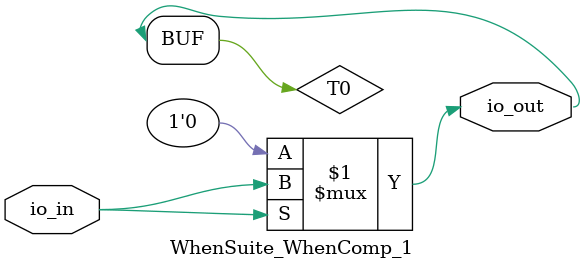
<source format=v>
module WhenSuite_WhenComp_1(
    input  io_in,
    output io_out
);

  wire T0;

  assign io_out = T0;
  assign T0 = io_in ? io_in : 1'h0/* 0*/;
endmodule


</source>
